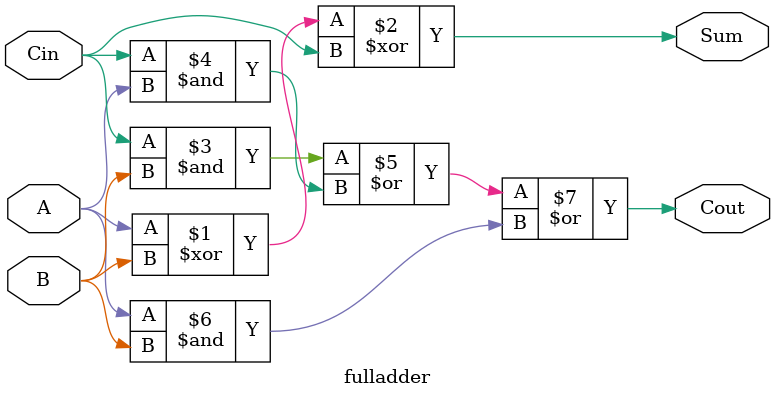
<source format=v>
`timescale 1ns / 1ps


module fulladder(
    input A,
    input B,
    input Cin,
    output Sum,
    output Cout
    );
    assign Sum =(A^B^Cin);
    assign Cout= (Cin&B)|(Cin&A)|(A&B);
endmodule


</source>
